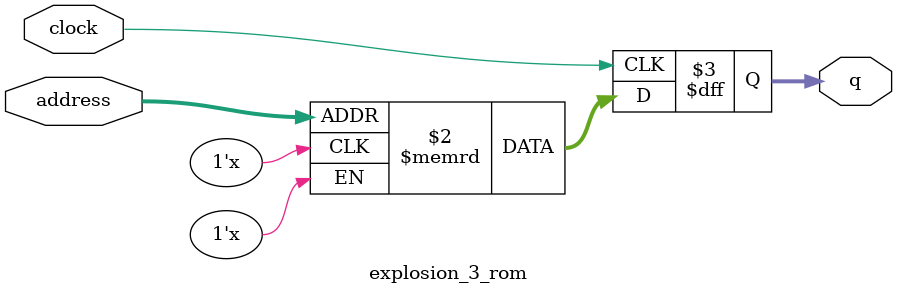
<source format=sv>
module explosion_3_rom (
	input logic clock,
	input logic [9:0] address,
	output logic [2:0] q
);

logic [2:0] memory [0:1023] /* synthesis ram_init_file = "./explosion_3/explosion_3.mif" */;

always_ff @ (posedge clock) begin
	q <= memory[address];
end

endmodule

</source>
